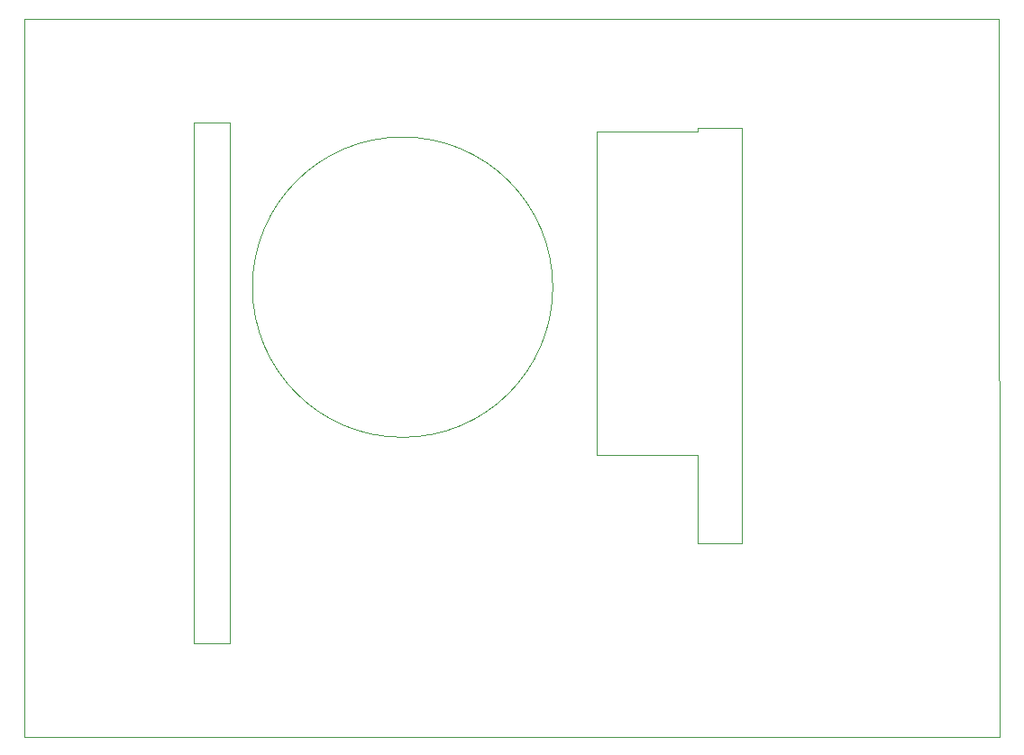
<source format=gbr>
G04 #@! TF.GenerationSoftware,KiCad,Pcbnew,5.0.2-bee76a0~70~ubuntu18.04.1*
G04 #@! TF.CreationDate,2019-09-26T00:30:12+02:00*
G04 #@! TF.ProjectId,myo_shield_pcb,6d796f5f-7368-4696-956c-645f7063622e,rev?*
G04 #@! TF.SameCoordinates,Original*
G04 #@! TF.FileFunction,Profile,NP*
%FSLAX46Y46*%
G04 Gerber Fmt 4.6, Leading zero omitted, Abs format (unit mm)*
G04 Created by KiCad (PCBNEW 5.0.2-bee76a0~70~ubuntu18.04.1) date Do 26 Sep 2019 00:30:12 CEST*
%MOMM*%
%LPD*%
G01*
G04 APERTURE LIST*
%ADD10C,0.050000*%
%ADD11C,0.120000*%
G04 APERTURE END LIST*
D10*
X205300000Y-144250000D02*
X205250000Y-76750000D01*
X181100000Y-87000000D02*
X177000000Y-87000000D01*
X181100000Y-126100000D02*
X181100000Y-87000000D01*
X177000000Y-126100000D02*
X181100000Y-126100000D01*
X177000000Y-117800000D02*
X177000000Y-126100000D01*
X167500000Y-117800000D02*
X177000000Y-117800000D01*
X167500000Y-103500000D02*
X167500000Y-117800000D01*
X167500000Y-87400000D02*
X167500000Y-103500000D01*
X177000000Y-87400000D02*
X167500000Y-87400000D01*
X177000000Y-87000000D02*
X177000000Y-87400000D01*
D11*
X163357179Y-102000000D02*
G75*
G03X163357179Y-102000000I-14107179J0D01*
G01*
D10*
X133000000Y-86500000D02*
X133050000Y-135500000D01*
X129600000Y-86500000D02*
X133000000Y-86500000D01*
X129600000Y-135500000D02*
X129600000Y-86500000D01*
X129600000Y-135500000D02*
X133050000Y-135500000D01*
X205250000Y-76750000D02*
X113750000Y-76750000D01*
X113750000Y-144250000D02*
X205300000Y-144250000D01*
X113750000Y-76750000D02*
X113750000Y-144250000D01*
M02*

</source>
